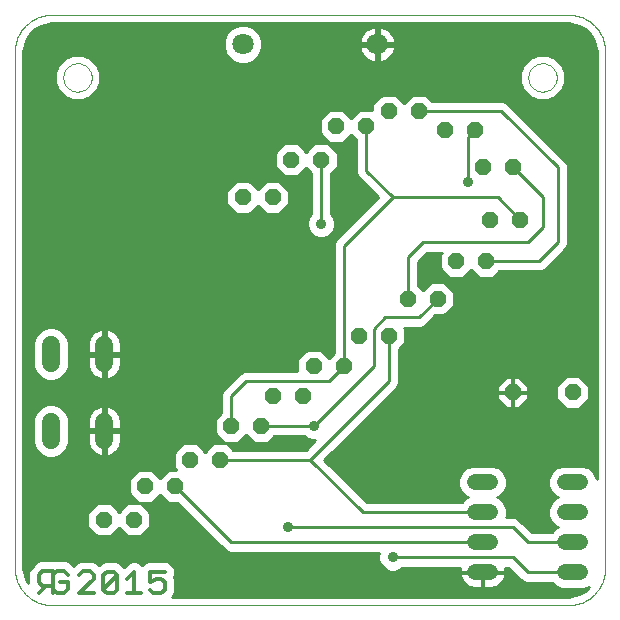
<source format=gtl>
G75*
G70*
%OFA0B0*%
%FSLAX24Y24*%
%IPPOS*%
%LPD*%
%AMOC8*
5,1,8,0,0,1.08239X$1,22.5*
%
%ADD10C,0.0000*%
%ADD11OC8,0.0520*%
%ADD12C,0.0520*%
%ADD13C,0.0600*%
%ADD14C,0.0709*%
%ADD15C,0.0120*%
%ADD16C,0.0100*%
%ADD17C,0.0357*%
D10*
X000559Y001809D02*
X000559Y018994D01*
X000561Y019062D01*
X000566Y019129D01*
X000575Y019196D01*
X000588Y019263D01*
X000605Y019328D01*
X000624Y019393D01*
X000648Y019457D01*
X000675Y019519D01*
X000705Y019580D01*
X000738Y019638D01*
X000774Y019695D01*
X000814Y019750D01*
X000856Y019803D01*
X000902Y019854D01*
X000949Y019901D01*
X001000Y019947D01*
X001053Y019989D01*
X001108Y020029D01*
X001165Y020065D01*
X001223Y020098D01*
X001284Y020128D01*
X001346Y020155D01*
X001410Y020179D01*
X001475Y020198D01*
X001540Y020215D01*
X001607Y020228D01*
X001674Y020237D01*
X001741Y020242D01*
X001809Y020244D01*
X018994Y020244D01*
X019062Y020242D01*
X019129Y020237D01*
X019196Y020228D01*
X019263Y020215D01*
X019328Y020198D01*
X019393Y020179D01*
X019457Y020155D01*
X019519Y020128D01*
X019580Y020098D01*
X019638Y020065D01*
X019695Y020029D01*
X019750Y019989D01*
X019803Y019947D01*
X019854Y019901D01*
X019901Y019854D01*
X019947Y019803D01*
X019989Y019750D01*
X020029Y019695D01*
X020065Y019638D01*
X020098Y019580D01*
X020128Y019519D01*
X020155Y019457D01*
X020179Y019393D01*
X020198Y019328D01*
X020215Y019263D01*
X020228Y019196D01*
X020237Y019129D01*
X020242Y019062D01*
X020244Y018994D01*
X020244Y001809D01*
X020242Y001741D01*
X020237Y001674D01*
X020228Y001607D01*
X020215Y001540D01*
X020198Y001475D01*
X020179Y001410D01*
X020155Y001346D01*
X020128Y001284D01*
X020098Y001223D01*
X020065Y001165D01*
X020029Y001108D01*
X019989Y001053D01*
X019947Y001000D01*
X019901Y000949D01*
X019854Y000902D01*
X019803Y000856D01*
X019750Y000814D01*
X019695Y000774D01*
X019638Y000738D01*
X019580Y000705D01*
X019519Y000675D01*
X019457Y000648D01*
X019393Y000624D01*
X019328Y000605D01*
X019263Y000588D01*
X019196Y000575D01*
X019129Y000566D01*
X019062Y000561D01*
X018994Y000559D01*
X001809Y000559D01*
X001741Y000561D01*
X001674Y000566D01*
X001607Y000575D01*
X001540Y000588D01*
X001475Y000605D01*
X001410Y000624D01*
X001346Y000648D01*
X001284Y000675D01*
X001223Y000705D01*
X001165Y000738D01*
X001108Y000774D01*
X001053Y000814D01*
X001000Y000856D01*
X000949Y000902D01*
X000902Y000949D01*
X000856Y001000D01*
X000814Y001053D01*
X000774Y001108D01*
X000738Y001165D01*
X000705Y001223D01*
X000675Y001284D01*
X000648Y001346D01*
X000624Y001410D01*
X000605Y001475D01*
X000588Y001540D01*
X000575Y001607D01*
X000566Y001674D01*
X000561Y001741D01*
X000559Y001809D01*
X002179Y018151D02*
X002181Y018194D01*
X002187Y018236D01*
X002197Y018278D01*
X002210Y018319D01*
X002227Y018359D01*
X002248Y018396D01*
X002272Y018432D01*
X002299Y018465D01*
X002329Y018496D01*
X002362Y018524D01*
X002397Y018549D01*
X002434Y018570D01*
X002473Y018588D01*
X002513Y018602D01*
X002555Y018613D01*
X002597Y018620D01*
X002640Y018623D01*
X002683Y018622D01*
X002726Y018617D01*
X002768Y018608D01*
X002809Y018596D01*
X002849Y018580D01*
X002887Y018560D01*
X002923Y018537D01*
X002957Y018510D01*
X002989Y018481D01*
X003017Y018449D01*
X003043Y018414D01*
X003065Y018378D01*
X003084Y018339D01*
X003099Y018299D01*
X003111Y018258D01*
X003119Y018215D01*
X003123Y018172D01*
X003123Y018130D01*
X003119Y018087D01*
X003111Y018044D01*
X003099Y018003D01*
X003084Y017963D01*
X003065Y017924D01*
X003043Y017888D01*
X003017Y017853D01*
X002989Y017821D01*
X002957Y017792D01*
X002923Y017765D01*
X002887Y017742D01*
X002849Y017722D01*
X002809Y017706D01*
X002768Y017694D01*
X002726Y017685D01*
X002683Y017680D01*
X002640Y017679D01*
X002597Y017682D01*
X002555Y017689D01*
X002513Y017700D01*
X002473Y017714D01*
X002434Y017732D01*
X002397Y017753D01*
X002362Y017778D01*
X002329Y017806D01*
X002299Y017837D01*
X002272Y017870D01*
X002248Y017906D01*
X002227Y017943D01*
X002210Y017983D01*
X002197Y018024D01*
X002187Y018066D01*
X002181Y018108D01*
X002179Y018151D01*
X017679Y018151D02*
X017681Y018194D01*
X017687Y018236D01*
X017697Y018278D01*
X017710Y018319D01*
X017727Y018359D01*
X017748Y018396D01*
X017772Y018432D01*
X017799Y018465D01*
X017829Y018496D01*
X017862Y018524D01*
X017897Y018549D01*
X017934Y018570D01*
X017973Y018588D01*
X018013Y018602D01*
X018055Y018613D01*
X018097Y018620D01*
X018140Y018623D01*
X018183Y018622D01*
X018226Y018617D01*
X018268Y018608D01*
X018309Y018596D01*
X018349Y018580D01*
X018387Y018560D01*
X018423Y018537D01*
X018457Y018510D01*
X018489Y018481D01*
X018517Y018449D01*
X018543Y018414D01*
X018565Y018378D01*
X018584Y018339D01*
X018599Y018299D01*
X018611Y018258D01*
X018619Y018215D01*
X018623Y018172D01*
X018623Y018130D01*
X018619Y018087D01*
X018611Y018044D01*
X018599Y018003D01*
X018584Y017963D01*
X018565Y017924D01*
X018543Y017888D01*
X018517Y017853D01*
X018489Y017821D01*
X018457Y017792D01*
X018423Y017765D01*
X018387Y017742D01*
X018349Y017722D01*
X018309Y017706D01*
X018268Y017694D01*
X018226Y017685D01*
X018183Y017680D01*
X018140Y017679D01*
X018097Y017682D01*
X018055Y017689D01*
X018013Y017700D01*
X017973Y017714D01*
X017934Y017732D01*
X017897Y017753D01*
X017862Y017778D01*
X017829Y017806D01*
X017799Y017837D01*
X017772Y017870D01*
X017748Y017906D01*
X017727Y017943D01*
X017710Y017983D01*
X017697Y018024D01*
X017687Y018066D01*
X017681Y018108D01*
X017679Y018151D01*
D11*
X015901Y016401D03*
X014901Y016401D03*
X014026Y017026D03*
X013026Y017026D03*
X012276Y016526D03*
X011276Y016526D03*
X010776Y015401D03*
X009776Y015401D03*
X009151Y014151D03*
X008151Y014151D03*
X012026Y009526D03*
X013026Y009526D03*
X013651Y010776D03*
X014651Y010776D03*
X015276Y012026D03*
X016276Y012026D03*
X016401Y013401D03*
X017401Y013401D03*
X017151Y015151D03*
X016151Y015151D03*
X011526Y008526D03*
X010526Y008526D03*
X010151Y007526D03*
X009151Y007526D03*
X008776Y006526D03*
X007776Y006526D03*
X007401Y005401D03*
X006401Y005401D03*
X005901Y004526D03*
X004901Y004526D03*
X004526Y003401D03*
X003526Y003401D03*
X017151Y007651D03*
X019151Y007651D03*
D12*
X018891Y004651D02*
X019411Y004651D01*
X019411Y003651D02*
X018891Y003651D01*
X018891Y002651D02*
X019411Y002651D01*
X019411Y001651D02*
X018891Y001651D01*
X016411Y001651D02*
X015891Y001651D01*
X015891Y002651D02*
X016411Y002651D01*
X016411Y003651D02*
X015891Y003651D01*
X015891Y004651D02*
X016411Y004651D01*
D13*
X003541Y006071D02*
X003541Y006671D01*
X001761Y006671D02*
X001761Y006071D01*
X001761Y008631D02*
X001761Y009231D01*
X003541Y009231D02*
X003541Y008631D01*
D14*
X008161Y019256D03*
X012641Y019256D03*
D15*
X005551Y001681D02*
X005061Y001681D01*
X005061Y001321D01*
X005311Y001441D01*
X005441Y001441D01*
X005551Y001331D01*
X005551Y001321D02*
X005551Y001081D01*
X005431Y000961D01*
X005181Y000961D01*
X005061Y001081D01*
X004774Y000961D02*
X004289Y000961D01*
X004534Y000969D02*
X004534Y001674D01*
X004534Y001681D02*
X004291Y001439D01*
X003981Y001561D02*
X003981Y001081D01*
X003861Y000961D01*
X003621Y000961D01*
X003501Y001081D01*
X003971Y001561D01*
X003981Y001561D02*
X003861Y001681D01*
X003621Y001681D01*
X003501Y001561D01*
X003501Y001081D01*
X003191Y000961D02*
X002701Y000961D01*
X003191Y001441D01*
X003191Y001561D01*
X003191Y001571D02*
X003071Y001691D01*
X002831Y001691D01*
X002701Y001561D01*
X002321Y001581D02*
X002201Y001701D01*
X001961Y001701D01*
X001841Y001581D01*
X001841Y001701D01*
X001471Y001701D01*
X001351Y001581D01*
X001351Y001331D01*
X001471Y001211D01*
X001591Y001211D01*
X001351Y000961D01*
X001591Y001211D02*
X001841Y001211D01*
X001841Y001581D01*
X002081Y001331D02*
X002331Y001331D01*
X002331Y001091D01*
X002211Y000961D01*
X001961Y000961D01*
X001841Y001081D01*
X001841Y000961D01*
X001841Y001081D02*
X001841Y001211D01*
D16*
X001001Y001304D02*
X000922Y001441D01*
X000857Y001683D01*
X000849Y001809D01*
X000849Y018994D01*
X000857Y019119D01*
X000922Y019361D01*
X001047Y019578D01*
X001224Y019755D01*
X001441Y019881D01*
X001683Y019946D01*
X001809Y019954D01*
X001866Y019954D01*
X018936Y019954D01*
X018994Y019954D01*
X019119Y019946D01*
X019361Y019881D01*
X019578Y019755D01*
X019755Y019578D01*
X019881Y019361D01*
X019946Y019119D01*
X019954Y018994D01*
X019954Y004779D01*
X019877Y004963D01*
X019723Y005117D01*
X019521Y005201D01*
X018782Y005201D01*
X018580Y005117D01*
X018425Y004963D01*
X018341Y004761D01*
X018341Y004542D01*
X018425Y004340D01*
X018580Y004185D01*
X018661Y004151D01*
X018580Y004117D01*
X018425Y003963D01*
X018341Y003761D01*
X018341Y003542D01*
X018425Y003340D01*
X018580Y003185D01*
X018661Y003151D01*
X018580Y003117D01*
X018453Y002991D01*
X017792Y002991D01*
X017439Y003344D01*
X017344Y003439D01*
X017219Y003491D01*
X016940Y003491D01*
X016961Y003542D01*
X016961Y003761D01*
X016877Y003963D01*
X016723Y004117D01*
X016641Y004151D01*
X016723Y004185D01*
X016877Y004340D01*
X016961Y004542D01*
X016961Y004761D01*
X016877Y004963D01*
X016723Y005117D01*
X016521Y005201D01*
X015782Y005201D01*
X015580Y005117D01*
X015425Y004963D01*
X015341Y004761D01*
X015341Y004542D01*
X015425Y004340D01*
X015580Y004185D01*
X015661Y004151D01*
X015580Y004117D01*
X015453Y003991D01*
X012292Y003991D01*
X010882Y005401D01*
X013219Y007738D01*
X013314Y007834D01*
X013366Y007959D01*
X013366Y009088D01*
X013576Y009298D01*
X013576Y009754D01*
X013519Y009811D01*
X013959Y009811D01*
X014094Y009811D01*
X014219Y009863D01*
X014582Y010226D01*
X014879Y010226D01*
X015201Y010548D01*
X015201Y011004D01*
X014879Y011326D01*
X014423Y011326D01*
X014151Y011054D01*
X013991Y011214D01*
X013991Y012010D01*
X014292Y012311D01*
X014784Y012311D01*
X014726Y012254D01*
X014726Y011798D01*
X015048Y011476D01*
X015504Y011476D01*
X015776Y011748D01*
X016048Y011476D01*
X016504Y011476D01*
X016714Y011686D01*
X017959Y011686D01*
X018094Y011686D01*
X018219Y011738D01*
X018939Y012459D01*
X018991Y012584D01*
X018991Y012719D01*
X018991Y015219D01*
X018939Y015344D01*
X018844Y015439D01*
X016969Y017314D01*
X016844Y017366D01*
X016709Y017366D01*
X014464Y017366D01*
X014254Y017576D01*
X013798Y017576D01*
X013526Y017304D01*
X013254Y017576D01*
X012798Y017576D01*
X012476Y017254D01*
X012476Y017076D01*
X012048Y017076D01*
X011776Y016804D01*
X011504Y017076D01*
X011048Y017076D01*
X010726Y016754D01*
X010726Y016298D01*
X011048Y015976D01*
X011504Y015976D01*
X011776Y016248D01*
X011936Y016088D01*
X011936Y015094D01*
X011936Y014959D01*
X011988Y014834D01*
X012670Y014151D01*
X011238Y012719D01*
X011186Y012594D01*
X011186Y012459D01*
X011186Y008964D01*
X011026Y008804D01*
X010754Y009076D01*
X010298Y009076D01*
X009976Y008754D01*
X009976Y008366D01*
X008209Y008366D01*
X008084Y008314D01*
X007988Y008219D01*
X007488Y007719D01*
X007436Y007594D01*
X007436Y007459D01*
X007436Y006964D01*
X007226Y006754D01*
X007226Y006298D01*
X007548Y005976D01*
X008004Y005976D01*
X008276Y006248D01*
X008548Y005976D01*
X009004Y005976D01*
X009214Y006186D01*
X010204Y006186D01*
X010261Y006129D01*
X010433Y006058D01*
X010577Y006058D01*
X010260Y005741D01*
X007839Y005741D01*
X007629Y005951D01*
X007173Y005951D01*
X006901Y005679D01*
X006629Y005951D01*
X006173Y005951D01*
X005851Y005629D01*
X005851Y005173D01*
X005949Y005076D01*
X005673Y005076D01*
X005401Y004804D01*
X005129Y005076D01*
X004673Y005076D01*
X004351Y004754D01*
X004351Y004298D01*
X004673Y003976D01*
X005129Y003976D01*
X005401Y004248D01*
X005673Y003976D01*
X005970Y003976D01*
X007584Y002363D01*
X007709Y002311D01*
X007844Y002311D01*
X012711Y002311D01*
X012683Y002244D01*
X012683Y002058D01*
X012754Y001886D01*
X012886Y001754D01*
X013058Y001683D01*
X013244Y001683D01*
X013417Y001754D01*
X013474Y001811D01*
X015407Y001811D01*
X015394Y001771D01*
X015381Y001691D01*
X015381Y001681D01*
X016121Y001681D01*
X016121Y001621D01*
X016181Y001621D01*
X016181Y001141D01*
X016451Y001141D01*
X016531Y001154D01*
X016607Y001179D01*
X016679Y001215D01*
X016743Y001262D01*
X016800Y001319D01*
X016847Y001384D01*
X016884Y001455D01*
X016909Y001532D01*
X016921Y001611D01*
X016921Y001621D01*
X016181Y001621D01*
X016181Y001681D01*
X016921Y001681D01*
X016921Y001691D01*
X016909Y001771D01*
X016895Y001811D01*
X017010Y001811D01*
X017459Y001363D01*
X017584Y001311D01*
X017719Y001311D01*
X018453Y001311D01*
X018580Y001185D01*
X018782Y001101D01*
X019521Y001101D01*
X019711Y001180D01*
X019578Y001047D01*
X019361Y000922D01*
X019119Y000857D01*
X018994Y000849D01*
X005814Y000849D01*
X005848Y000883D01*
X005901Y001012D01*
X005901Y001151D01*
X005901Y001391D01*
X005901Y001401D01*
X005858Y001506D01*
X005901Y001612D01*
X005901Y001751D01*
X005848Y001879D01*
X005749Y001978D01*
X005621Y002031D01*
X005131Y002031D01*
X004992Y002031D01*
X004863Y001978D01*
X004797Y001912D01*
X004732Y001978D01*
X004603Y002031D01*
X004464Y002031D01*
X004335Y001978D01*
X004197Y001840D01*
X004158Y001879D01*
X004059Y001978D01*
X003931Y002031D01*
X003691Y002031D01*
X003552Y002031D01*
X003423Y001978D01*
X003351Y001906D01*
X003269Y001988D01*
X003141Y002041D01*
X003002Y002041D01*
X002762Y002041D01*
X002633Y001988D01*
X002535Y001889D01*
X002521Y001876D01*
X002399Y001998D01*
X002271Y002051D01*
X002132Y002051D01*
X001911Y002051D01*
X001541Y002051D01*
X001402Y002051D01*
X001273Y001998D01*
X001153Y001878D01*
X001055Y001779D01*
X001001Y001651D01*
X001001Y001401D01*
X001001Y001304D01*
X001001Y001335D02*
X000983Y001335D01*
X001001Y001434D02*
X000926Y001434D01*
X000897Y001532D02*
X001001Y001532D01*
X001001Y001631D02*
X000871Y001631D01*
X000854Y001729D02*
X001034Y001729D01*
X001103Y001828D02*
X000849Y001828D01*
X000849Y001927D02*
X001202Y001927D01*
X001339Y002025D02*
X000849Y002025D01*
X000849Y002124D02*
X012683Y002124D01*
X012683Y002222D02*
X000849Y002222D01*
X000849Y002321D02*
X007686Y002321D01*
X007527Y002419D02*
X000849Y002419D01*
X000849Y002518D02*
X007429Y002518D01*
X007330Y002616D02*
X000849Y002616D01*
X000849Y002715D02*
X007232Y002715D01*
X007133Y002813D02*
X000849Y002813D01*
X000849Y002912D02*
X003238Y002912D01*
X003298Y002851D02*
X002976Y003173D01*
X002976Y003629D01*
X003298Y003951D01*
X003754Y003951D01*
X004026Y003679D01*
X004298Y003951D01*
X004754Y003951D01*
X005076Y003629D01*
X005076Y003173D01*
X004754Y002851D01*
X004298Y002851D01*
X004026Y003123D01*
X003754Y002851D01*
X003298Y002851D01*
X003139Y003011D02*
X000849Y003011D01*
X000849Y003109D02*
X003041Y003109D01*
X002976Y003208D02*
X000849Y003208D01*
X000849Y003306D02*
X002976Y003306D01*
X002976Y003405D02*
X000849Y003405D01*
X000849Y003503D02*
X002976Y003503D01*
X002976Y003602D02*
X000849Y003602D01*
X000849Y003700D02*
X003048Y003700D01*
X003146Y003799D02*
X000849Y003799D01*
X000849Y003897D02*
X003245Y003897D01*
X003808Y003897D02*
X004245Y003897D01*
X004146Y003799D02*
X003906Y003799D01*
X004005Y003700D02*
X004048Y003700D01*
X004555Y004094D02*
X000849Y004094D01*
X000849Y003996D02*
X004654Y003996D01*
X004808Y003897D02*
X006049Y003897D01*
X006148Y003799D02*
X004906Y003799D01*
X005005Y003700D02*
X006246Y003700D01*
X006345Y003602D02*
X005076Y003602D01*
X005076Y003503D02*
X006443Y003503D01*
X006542Y003405D02*
X005076Y003405D01*
X005076Y003306D02*
X006641Y003306D01*
X006739Y003208D02*
X005076Y003208D01*
X005012Y003109D02*
X006838Y003109D01*
X006936Y003011D02*
X004913Y003011D01*
X004815Y002912D02*
X007035Y002912D01*
X007776Y002651D02*
X005901Y004526D01*
X005480Y004883D02*
X005322Y004883D01*
X005224Y004981D02*
X005579Y004981D01*
X005851Y005178D02*
X000849Y005178D01*
X000849Y005080D02*
X005945Y005080D01*
X005851Y005277D02*
X000849Y005277D01*
X000849Y005376D02*
X005851Y005376D01*
X005851Y005474D02*
X000849Y005474D01*
X000849Y005573D02*
X001425Y005573D01*
X001427Y005571D02*
X001644Y005481D01*
X001879Y005481D01*
X002095Y005571D01*
X002261Y005737D01*
X002351Y005954D01*
X002351Y006789D01*
X002261Y007005D01*
X002095Y007171D01*
X001879Y007261D01*
X001644Y007261D01*
X001427Y007171D01*
X001261Y007005D01*
X001171Y006789D01*
X001171Y005954D01*
X001261Y005737D01*
X001427Y005571D01*
X001327Y005671D02*
X000849Y005671D01*
X000849Y005770D02*
X001248Y005770D01*
X001207Y005868D02*
X000849Y005868D01*
X000849Y005967D02*
X001171Y005967D01*
X001171Y006065D02*
X000849Y006065D01*
X000849Y006164D02*
X001171Y006164D01*
X001171Y006262D02*
X000849Y006262D01*
X000849Y006361D02*
X001171Y006361D01*
X001171Y006460D02*
X000849Y006460D01*
X000849Y006558D02*
X001171Y006558D01*
X001171Y006657D02*
X000849Y006657D01*
X000849Y006755D02*
X001171Y006755D01*
X001198Y006854D02*
X000849Y006854D01*
X000849Y006952D02*
X001239Y006952D01*
X001306Y007051D02*
X000849Y007051D01*
X000849Y007149D02*
X001405Y007149D01*
X001612Y007248D02*
X000849Y007248D01*
X000849Y007346D02*
X007436Y007346D01*
X007436Y007248D02*
X001911Y007248D01*
X002118Y007149D02*
X003268Y007149D01*
X003253Y007142D02*
X003183Y007091D01*
X003122Y007030D01*
X003071Y006959D01*
X003032Y006882D01*
X003005Y006800D01*
X002991Y006715D01*
X002991Y006421D01*
X003491Y006421D01*
X003491Y006321D01*
X002991Y006321D01*
X002991Y006028D01*
X003005Y005942D01*
X003032Y005860D01*
X003071Y005783D01*
X003122Y005713D01*
X003183Y005652D01*
X003253Y005601D01*
X003330Y005562D01*
X003412Y005535D01*
X003491Y005522D01*
X003491Y006321D01*
X003591Y006321D01*
X003591Y005522D01*
X003670Y005535D01*
X003752Y005562D01*
X003829Y005601D01*
X003900Y005652D01*
X003961Y005713D01*
X004012Y005783D01*
X004051Y005860D01*
X004078Y005942D01*
X004091Y006028D01*
X004091Y006321D01*
X003591Y006321D01*
X003591Y006421D01*
X003491Y006421D01*
X003491Y007220D01*
X003412Y007208D01*
X003330Y007181D01*
X003253Y007142D01*
X003143Y007051D02*
X002216Y007051D01*
X002283Y006952D02*
X003067Y006952D01*
X003022Y006854D02*
X002324Y006854D01*
X002351Y006755D02*
X002998Y006755D01*
X002991Y006657D02*
X002351Y006657D01*
X002351Y006558D02*
X002991Y006558D01*
X002991Y006460D02*
X002351Y006460D01*
X002351Y006361D02*
X003491Y006361D01*
X003491Y006262D02*
X003591Y006262D01*
X003591Y006164D02*
X003491Y006164D01*
X003491Y006065D02*
X003591Y006065D01*
X003591Y005967D02*
X003491Y005967D01*
X003491Y005868D02*
X003591Y005868D01*
X003591Y005770D02*
X003491Y005770D01*
X003491Y005671D02*
X003591Y005671D01*
X003591Y005573D02*
X003491Y005573D01*
X003308Y005573D02*
X002097Y005573D01*
X002196Y005671D02*
X003164Y005671D01*
X003080Y005770D02*
X002275Y005770D01*
X002316Y005868D02*
X003029Y005868D01*
X003001Y005967D02*
X002351Y005967D01*
X002351Y006065D02*
X002991Y006065D01*
X002991Y006164D02*
X002351Y006164D01*
X002351Y006262D02*
X002991Y006262D01*
X003491Y006460D02*
X003591Y006460D01*
X003591Y006421D02*
X003591Y007220D01*
X003670Y007208D01*
X003752Y007181D01*
X003829Y007142D01*
X003900Y007091D01*
X003961Y007030D01*
X004012Y006959D01*
X004051Y006882D01*
X004078Y006800D01*
X004091Y006715D01*
X004091Y006421D01*
X003591Y006421D01*
X003591Y006361D02*
X007226Y006361D01*
X007226Y006460D02*
X004091Y006460D01*
X004091Y006558D02*
X007226Y006558D01*
X007226Y006657D02*
X004091Y006657D01*
X004085Y006755D02*
X007227Y006755D01*
X007326Y006854D02*
X004060Y006854D01*
X004015Y006952D02*
X007424Y006952D01*
X007436Y007051D02*
X003939Y007051D01*
X003814Y007149D02*
X007436Y007149D01*
X007436Y007445D02*
X000849Y007445D01*
X000849Y007544D02*
X007436Y007544D01*
X007456Y007642D02*
X000849Y007642D01*
X000849Y007741D02*
X007510Y007741D01*
X007608Y007839D02*
X000849Y007839D01*
X000849Y007938D02*
X007707Y007938D01*
X007805Y008036D02*
X000849Y008036D01*
X000849Y008135D02*
X001423Y008135D01*
X001427Y008131D02*
X001644Y008041D01*
X001879Y008041D01*
X002095Y008131D01*
X002261Y008297D01*
X002351Y008514D01*
X002351Y009349D01*
X002261Y009565D01*
X002095Y009731D01*
X001879Y009821D01*
X001644Y009821D01*
X001427Y009731D01*
X001261Y009565D01*
X001171Y009349D01*
X001171Y008514D01*
X001261Y008297D01*
X001427Y008131D01*
X001325Y008233D02*
X000849Y008233D01*
X000849Y008332D02*
X001247Y008332D01*
X001206Y008430D02*
X000849Y008430D01*
X000849Y008529D02*
X001171Y008529D01*
X001171Y008627D02*
X000849Y008627D01*
X000849Y008726D02*
X001171Y008726D01*
X001171Y008825D02*
X000849Y008825D01*
X000849Y008923D02*
X001171Y008923D01*
X001171Y009022D02*
X000849Y009022D01*
X000849Y009120D02*
X001171Y009120D01*
X001171Y009219D02*
X000849Y009219D01*
X000849Y009317D02*
X001171Y009317D01*
X001199Y009416D02*
X000849Y009416D01*
X000849Y009514D02*
X001240Y009514D01*
X001309Y009613D02*
X000849Y009613D01*
X000849Y009711D02*
X001407Y009711D01*
X001617Y009810D02*
X000849Y009810D01*
X000849Y009909D02*
X011186Y009909D01*
X011186Y010007D02*
X000849Y010007D01*
X000849Y010106D02*
X011186Y010106D01*
X011186Y010204D02*
X000849Y010204D01*
X000849Y010303D02*
X011186Y010303D01*
X011186Y010401D02*
X000849Y010401D01*
X000849Y010500D02*
X011186Y010500D01*
X011186Y010598D02*
X000849Y010598D01*
X000849Y010697D02*
X011186Y010697D01*
X011186Y010795D02*
X000849Y010795D01*
X000849Y010894D02*
X011186Y010894D01*
X011186Y010993D02*
X000849Y010993D01*
X000849Y011091D02*
X011186Y011091D01*
X011186Y011190D02*
X000849Y011190D01*
X000849Y011288D02*
X011186Y011288D01*
X011186Y011387D02*
X000849Y011387D01*
X000849Y011485D02*
X011186Y011485D01*
X011186Y011584D02*
X000849Y011584D01*
X000849Y011682D02*
X011186Y011682D01*
X011186Y011781D02*
X000849Y011781D01*
X000849Y011879D02*
X011186Y011879D01*
X011186Y011978D02*
X000849Y011978D01*
X000849Y012076D02*
X011186Y012076D01*
X011186Y012175D02*
X000849Y012175D01*
X000849Y012274D02*
X011186Y012274D01*
X011186Y012372D02*
X000849Y012372D01*
X000849Y012471D02*
X011186Y012471D01*
X011186Y012569D02*
X000849Y012569D01*
X000849Y012668D02*
X011217Y012668D01*
X011286Y012766D02*
X000849Y012766D01*
X000849Y012865D02*
X010545Y012865D01*
X010511Y012879D02*
X010683Y012808D01*
X010869Y012808D01*
X011042Y012879D01*
X011173Y013011D01*
X011245Y013183D01*
X011245Y013369D01*
X011173Y013542D01*
X011116Y013599D01*
X011116Y014963D01*
X011326Y015173D01*
X011326Y015629D01*
X011004Y015951D01*
X010548Y015951D01*
X010276Y015679D01*
X010004Y015951D01*
X009548Y015951D01*
X009226Y015629D01*
X009226Y015173D01*
X009548Y014851D01*
X010004Y014851D01*
X010276Y015123D01*
X010436Y014963D01*
X010436Y013599D01*
X010379Y013542D01*
X010308Y013369D01*
X010308Y013183D01*
X010379Y013011D01*
X010511Y012879D01*
X010427Y012963D02*
X000849Y012963D01*
X000849Y013062D02*
X010358Y013062D01*
X010317Y013160D02*
X000849Y013160D01*
X000849Y013259D02*
X010308Y013259D01*
X010308Y013358D02*
X000849Y013358D01*
X000849Y013456D02*
X010344Y013456D01*
X010392Y013555D02*
X000849Y013555D01*
X000849Y013653D02*
X007871Y013653D01*
X007923Y013601D02*
X007601Y013923D01*
X007601Y014379D01*
X007923Y014701D01*
X008379Y014701D01*
X008651Y014429D01*
X008923Y014701D01*
X009379Y014701D01*
X009701Y014379D01*
X009701Y013923D01*
X009379Y013601D01*
X008923Y013601D01*
X008651Y013873D01*
X008379Y013601D01*
X007923Y013601D01*
X007773Y013752D02*
X000849Y013752D01*
X000849Y013850D02*
X007674Y013850D01*
X007601Y013949D02*
X000849Y013949D01*
X000849Y014047D02*
X007601Y014047D01*
X007601Y014146D02*
X000849Y014146D01*
X000849Y014244D02*
X007601Y014244D01*
X007601Y014343D02*
X000849Y014343D01*
X000849Y014442D02*
X007664Y014442D01*
X007762Y014540D02*
X000849Y014540D01*
X000849Y014639D02*
X007861Y014639D01*
X008442Y014639D02*
X008861Y014639D01*
X008762Y014540D02*
X008540Y014540D01*
X008639Y014442D02*
X008664Y014442D01*
X008674Y013850D02*
X008628Y013850D01*
X008530Y013752D02*
X008773Y013752D01*
X008871Y013653D02*
X008431Y013653D01*
X009431Y013653D02*
X010436Y013653D01*
X010436Y013752D02*
X009530Y013752D01*
X009628Y013850D02*
X010436Y013850D01*
X010436Y013949D02*
X009701Y013949D01*
X009701Y014047D02*
X010436Y014047D01*
X010436Y014146D02*
X009701Y014146D01*
X009701Y014244D02*
X010436Y014244D01*
X010436Y014343D02*
X009701Y014343D01*
X009639Y014442D02*
X010436Y014442D01*
X010436Y014540D02*
X009540Y014540D01*
X009442Y014639D02*
X010436Y014639D01*
X010436Y014737D02*
X000849Y014737D01*
X000849Y014836D02*
X010436Y014836D01*
X010436Y014934D02*
X010087Y014934D01*
X010186Y015033D02*
X010367Y015033D01*
X010776Y015401D02*
X010776Y013276D01*
X011209Y013456D02*
X011975Y013456D01*
X011877Y013358D02*
X011245Y013358D01*
X011245Y013259D02*
X011778Y013259D01*
X011680Y013160D02*
X011235Y013160D01*
X011194Y013062D02*
X011581Y013062D01*
X011483Y012963D02*
X011126Y012963D01*
X011007Y012865D02*
X011384Y012865D01*
X011526Y012526D02*
X013151Y014151D01*
X016651Y014151D01*
X017401Y013401D01*
X017651Y012651D02*
X018151Y013151D01*
X018151Y014151D01*
X017151Y015151D01*
X018166Y016117D02*
X019954Y016117D01*
X019954Y016215D02*
X018068Y016215D01*
X017969Y016314D02*
X019954Y016314D01*
X019954Y016412D02*
X017871Y016412D01*
X017772Y016511D02*
X019954Y016511D01*
X019954Y016609D02*
X017674Y016609D01*
X017575Y016708D02*
X019954Y016708D01*
X019954Y016807D02*
X017477Y016807D01*
X017378Y016905D02*
X019954Y016905D01*
X019954Y017004D02*
X017280Y017004D01*
X017181Y017102D02*
X019954Y017102D01*
X019954Y017201D02*
X017083Y017201D01*
X016984Y017299D02*
X019954Y017299D01*
X019954Y017398D02*
X018325Y017398D01*
X018303Y017389D02*
X018583Y017505D01*
X018798Y017719D01*
X018914Y018000D01*
X018914Y018303D01*
X018798Y018583D01*
X018583Y018798D01*
X018303Y018914D01*
X018000Y018914D01*
X017719Y018798D01*
X017505Y018583D01*
X017389Y018303D01*
X017389Y018000D01*
X017505Y017719D01*
X017719Y017505D01*
X018000Y017389D01*
X018303Y017389D01*
X017978Y017398D02*
X014432Y017398D01*
X014334Y017496D02*
X017740Y017496D01*
X017629Y017595D02*
X003173Y017595D01*
X003083Y017505D02*
X003298Y017719D01*
X003414Y018000D01*
X003414Y018303D01*
X003298Y018583D01*
X003083Y018798D01*
X002803Y018914D01*
X002500Y018914D01*
X002219Y018798D01*
X002005Y018583D01*
X001889Y018303D01*
X001889Y018000D01*
X002005Y017719D01*
X002219Y017505D01*
X002500Y017389D01*
X002803Y017389D01*
X003083Y017505D01*
X003063Y017496D02*
X012719Y017496D01*
X012620Y017398D02*
X002825Y017398D01*
X002478Y017398D02*
X000849Y017398D01*
X000849Y017496D02*
X002240Y017496D01*
X002129Y017595D02*
X000849Y017595D01*
X000849Y017693D02*
X002031Y017693D01*
X001975Y017792D02*
X000849Y017792D01*
X000849Y017891D02*
X001934Y017891D01*
X001893Y017989D02*
X000849Y017989D01*
X000849Y018088D02*
X001889Y018088D01*
X001889Y018186D02*
X000849Y018186D01*
X000849Y018285D02*
X001889Y018285D01*
X001922Y018383D02*
X000849Y018383D01*
X000849Y018482D02*
X001963Y018482D01*
X002004Y018580D02*
X000849Y018580D01*
X000849Y018679D02*
X002101Y018679D01*
X002199Y018777D02*
X000849Y018777D01*
X000849Y018876D02*
X002409Y018876D01*
X002894Y018876D02*
X007629Y018876D01*
X007615Y018891D02*
X007796Y018709D01*
X008033Y018611D01*
X008289Y018611D01*
X008526Y018709D01*
X008707Y018891D01*
X008805Y019127D01*
X008805Y019384D01*
X008707Y019621D01*
X008526Y019802D01*
X008289Y019900D01*
X008033Y019900D01*
X007796Y019802D01*
X007615Y019621D01*
X007517Y019384D01*
X007517Y019127D01*
X007615Y018891D01*
X007580Y018975D02*
X000849Y018975D01*
X000854Y019073D02*
X007539Y019073D01*
X007517Y019172D02*
X000871Y019172D01*
X000857Y019119D02*
X000857Y019119D01*
X000897Y019270D02*
X007517Y019270D01*
X007517Y019369D02*
X000926Y019369D01*
X000983Y019467D02*
X007551Y019467D01*
X007592Y019566D02*
X001040Y019566D01*
X001133Y019664D02*
X007659Y019664D01*
X007757Y019763D02*
X001237Y019763D01*
X001408Y019861D02*
X007940Y019861D01*
X008382Y019861D02*
X019395Y019861D01*
X019565Y019763D02*
X012971Y019763D01*
X012958Y019772D02*
X012873Y019816D01*
X012783Y019845D01*
X012691Y019859D01*
X012691Y019306D01*
X012591Y019306D01*
X012591Y019859D01*
X012500Y019845D01*
X012409Y019816D01*
X012325Y019772D01*
X012248Y019717D01*
X012180Y019649D01*
X012125Y019572D01*
X012081Y019488D01*
X012052Y019397D01*
X012037Y019306D01*
X012591Y019306D01*
X012591Y019206D01*
X012037Y019206D01*
X012052Y019114D01*
X012081Y019024D01*
X012125Y018939D01*
X012180Y018862D01*
X012248Y018795D01*
X012325Y018739D01*
X012409Y018696D01*
X012500Y018666D01*
X012591Y018652D01*
X012591Y019205D01*
X012691Y019205D01*
X012691Y018652D01*
X012783Y018666D01*
X012873Y018696D01*
X012958Y018739D01*
X013035Y018795D01*
X013102Y018862D01*
X013158Y018939D01*
X013201Y019024D01*
X013231Y019114D01*
X013245Y019206D01*
X012692Y019206D01*
X012692Y019306D01*
X013245Y019306D01*
X013231Y019397D01*
X013201Y019488D01*
X013158Y019572D01*
X013102Y019649D01*
X013035Y019717D01*
X012958Y019772D01*
X013087Y019664D02*
X019669Y019664D01*
X019763Y019566D02*
X013162Y019566D01*
X013208Y019467D02*
X019819Y019467D01*
X019876Y019369D02*
X013235Y019369D01*
X013240Y019172D02*
X019931Y019172D01*
X019949Y019073D02*
X013217Y019073D01*
X013176Y018975D02*
X019954Y018975D01*
X019954Y018876D02*
X018394Y018876D01*
X018603Y018777D02*
X019954Y018777D01*
X019954Y018679D02*
X018702Y018679D01*
X018799Y018580D02*
X019954Y018580D01*
X019954Y018482D02*
X018840Y018482D01*
X018880Y018383D02*
X019954Y018383D01*
X019954Y018285D02*
X018914Y018285D01*
X018914Y018186D02*
X019954Y018186D01*
X019954Y018088D02*
X018914Y018088D01*
X018909Y017989D02*
X019954Y017989D01*
X019954Y017891D02*
X018869Y017891D01*
X018828Y017792D02*
X019954Y017792D01*
X019954Y017693D02*
X018772Y017693D01*
X018673Y017595D02*
X019954Y017595D01*
X019954Y017496D02*
X018563Y017496D01*
X017531Y017693D02*
X003272Y017693D01*
X003328Y017792D02*
X017475Y017792D01*
X017434Y017891D02*
X003369Y017891D01*
X003409Y017989D02*
X017393Y017989D01*
X017389Y018088D02*
X003414Y018088D01*
X003414Y018186D02*
X017389Y018186D01*
X017389Y018285D02*
X003414Y018285D01*
X003380Y018383D02*
X017422Y018383D01*
X017463Y018482D02*
X003340Y018482D01*
X003299Y018580D02*
X017504Y018580D01*
X017601Y018679D02*
X012822Y018679D01*
X012691Y018679D02*
X012591Y018679D01*
X012591Y018777D02*
X012691Y018777D01*
X012691Y018876D02*
X012591Y018876D01*
X012591Y018975D02*
X012691Y018975D01*
X012691Y019073D02*
X012591Y019073D01*
X012591Y019172D02*
X012691Y019172D01*
X012692Y019270D02*
X019905Y019270D01*
X017909Y018876D02*
X013113Y018876D01*
X013011Y018777D02*
X017699Y018777D01*
X016776Y017026D02*
X018651Y015151D01*
X018651Y012651D01*
X018026Y012026D01*
X016276Y012026D01*
X015842Y011682D02*
X015710Y011682D01*
X015612Y011584D02*
X015941Y011584D01*
X016039Y011485D02*
X015513Y011485D01*
X015039Y011485D02*
X013991Y011485D01*
X013991Y011387D02*
X019954Y011387D01*
X019954Y011485D02*
X016513Y011485D01*
X016612Y011584D02*
X019954Y011584D01*
X019954Y011682D02*
X016710Y011682D01*
X017651Y012651D02*
X014151Y012651D01*
X013651Y012151D01*
X013651Y010776D01*
X014016Y011190D02*
X014287Y011190D01*
X014385Y011288D02*
X013991Y011288D01*
X014114Y011091D02*
X014188Y011091D01*
X013991Y011584D02*
X014941Y011584D01*
X014842Y011682D02*
X013991Y011682D01*
X013991Y011781D02*
X014744Y011781D01*
X014726Y011879D02*
X013991Y011879D01*
X013991Y011978D02*
X014726Y011978D01*
X014726Y012076D02*
X014057Y012076D01*
X014156Y012175D02*
X014726Y012175D01*
X014746Y012274D02*
X014254Y012274D01*
X014917Y011288D02*
X019954Y011288D01*
X019954Y011190D02*
X015016Y011190D01*
X015114Y011091D02*
X019954Y011091D01*
X019954Y010993D02*
X015201Y010993D01*
X015201Y010894D02*
X019954Y010894D01*
X019954Y010795D02*
X015201Y010795D01*
X015201Y010697D02*
X019954Y010697D01*
X019954Y010598D02*
X015201Y010598D01*
X015153Y010500D02*
X019954Y010500D01*
X019954Y010401D02*
X015054Y010401D01*
X014956Y010303D02*
X019954Y010303D01*
X019954Y010204D02*
X014560Y010204D01*
X014461Y010106D02*
X019954Y010106D01*
X019954Y010007D02*
X014363Y010007D01*
X014264Y009909D02*
X019954Y009909D01*
X019954Y009810D02*
X013520Y009810D01*
X013576Y009711D02*
X019954Y009711D01*
X019954Y009613D02*
X013576Y009613D01*
X013576Y009514D02*
X019954Y009514D01*
X019954Y009416D02*
X013576Y009416D01*
X013576Y009317D02*
X019954Y009317D01*
X019954Y009219D02*
X013496Y009219D01*
X013398Y009120D02*
X019954Y009120D01*
X019954Y009022D02*
X013366Y009022D01*
X013366Y008923D02*
X019954Y008923D01*
X019954Y008825D02*
X013366Y008825D01*
X013366Y008726D02*
X019954Y008726D01*
X019954Y008627D02*
X013366Y008627D01*
X013366Y008529D02*
X019954Y008529D01*
X019954Y008430D02*
X013366Y008430D01*
X013366Y008332D02*
X019954Y008332D01*
X019954Y008233D02*
X013366Y008233D01*
X013366Y008135D02*
X016914Y008135D01*
X016940Y008161D02*
X016641Y007862D01*
X016641Y007681D01*
X017121Y007681D01*
X017121Y007621D01*
X017181Y007621D01*
X017181Y007141D01*
X017362Y007141D01*
X017661Y007440D01*
X017661Y007621D01*
X017181Y007621D01*
X017181Y007681D01*
X017661Y007681D01*
X017661Y007862D01*
X017362Y008161D01*
X017181Y008161D01*
X017181Y007681D01*
X017121Y007681D01*
X017121Y008161D01*
X016940Y008161D01*
X016815Y008036D02*
X013366Y008036D01*
X013358Y007938D02*
X016716Y007938D01*
X016641Y007839D02*
X013317Y007839D01*
X013221Y007741D02*
X016641Y007741D01*
X016641Y007621D02*
X016641Y007440D01*
X016940Y007141D01*
X017121Y007141D01*
X017121Y007621D01*
X016641Y007621D01*
X016641Y007544D02*
X013024Y007544D01*
X013123Y007642D02*
X017121Y007642D01*
X017181Y007642D02*
X018601Y007642D01*
X018601Y007544D02*
X017661Y007544D01*
X017661Y007445D02*
X018601Y007445D01*
X018601Y007423D02*
X018923Y007101D01*
X019379Y007101D01*
X019701Y007423D01*
X019701Y007879D01*
X019379Y008201D01*
X018923Y008201D01*
X018601Y007879D01*
X018601Y007423D01*
X018678Y007346D02*
X017568Y007346D01*
X017469Y007248D02*
X018777Y007248D01*
X018875Y007149D02*
X017371Y007149D01*
X017181Y007149D02*
X017121Y007149D01*
X017121Y007248D02*
X017181Y007248D01*
X017181Y007346D02*
X017121Y007346D01*
X017121Y007445D02*
X017181Y007445D01*
X017181Y007544D02*
X017121Y007544D01*
X017121Y007741D02*
X017181Y007741D01*
X017181Y007839D02*
X017121Y007839D01*
X017121Y007938D02*
X017181Y007938D01*
X017181Y008036D02*
X017121Y008036D01*
X017121Y008135D02*
X017181Y008135D01*
X017389Y008135D02*
X018857Y008135D01*
X018758Y008036D02*
X017487Y008036D01*
X017586Y007938D02*
X018660Y007938D01*
X018601Y007839D02*
X017661Y007839D01*
X017661Y007741D02*
X018601Y007741D01*
X019446Y008135D02*
X019954Y008135D01*
X019954Y008036D02*
X019544Y008036D01*
X019643Y007938D02*
X019954Y007938D01*
X019954Y007839D02*
X019701Y007839D01*
X019701Y007741D02*
X019954Y007741D01*
X019954Y007642D02*
X019701Y007642D01*
X019701Y007544D02*
X019954Y007544D01*
X019954Y007445D02*
X019701Y007445D01*
X019624Y007346D02*
X019954Y007346D01*
X019954Y007248D02*
X019526Y007248D01*
X019427Y007149D02*
X019954Y007149D01*
X019954Y007051D02*
X012532Y007051D01*
X012630Y007149D02*
X016932Y007149D01*
X016833Y007248D02*
X012729Y007248D01*
X012827Y007346D02*
X016735Y007346D01*
X016641Y007445D02*
X012926Y007445D01*
X013026Y008026D02*
X013026Y009526D01*
X012526Y009776D02*
X012901Y010151D01*
X014026Y010151D01*
X014651Y010776D01*
X012526Y009776D02*
X012526Y008526D01*
X010526Y006526D01*
X008776Y006526D01*
X008361Y006164D02*
X008192Y006164D01*
X008093Y006065D02*
X008459Y006065D01*
X009093Y006065D02*
X010415Y006065D01*
X010486Y005967D02*
X004082Y005967D01*
X004091Y006065D02*
X007459Y006065D01*
X007361Y006164D02*
X004091Y006164D01*
X004091Y006262D02*
X007262Y006262D01*
X007091Y005868D02*
X006712Y005868D01*
X006811Y005770D02*
X006992Y005770D01*
X007401Y005401D02*
X010401Y005401D01*
X012151Y003651D01*
X016151Y003651D01*
X015557Y004094D02*
X012189Y004094D01*
X012287Y003996D02*
X015458Y003996D01*
X015572Y004193D02*
X012090Y004193D01*
X011992Y004292D02*
X015473Y004292D01*
X015404Y004390D02*
X011893Y004390D01*
X011795Y004489D02*
X015363Y004489D01*
X015341Y004587D02*
X011696Y004587D01*
X011598Y004686D02*
X015341Y004686D01*
X015351Y004784D02*
X011499Y004784D01*
X011400Y004883D02*
X015392Y004883D01*
X015444Y004981D02*
X011302Y004981D01*
X011203Y005080D02*
X015542Y005080D01*
X015727Y005178D02*
X011105Y005178D01*
X011006Y005277D02*
X019954Y005277D01*
X019954Y005376D02*
X010908Y005376D01*
X010955Y005474D02*
X019954Y005474D01*
X019954Y005573D02*
X011053Y005573D01*
X011152Y005671D02*
X019954Y005671D01*
X019954Y005770D02*
X011250Y005770D01*
X011349Y005868D02*
X019954Y005868D01*
X019954Y005967D02*
X011448Y005967D01*
X011546Y006065D02*
X019954Y006065D01*
X019954Y006164D02*
X011645Y006164D01*
X011743Y006262D02*
X019954Y006262D01*
X019954Y006361D02*
X011842Y006361D01*
X011940Y006460D02*
X019954Y006460D01*
X019954Y006558D02*
X012039Y006558D01*
X012137Y006657D02*
X019954Y006657D01*
X019954Y006755D02*
X012236Y006755D01*
X012334Y006854D02*
X019954Y006854D01*
X019954Y006952D02*
X012433Y006952D01*
X013026Y008026D02*
X010401Y005401D01*
X010289Y005770D02*
X007811Y005770D01*
X007712Y005868D02*
X010388Y005868D01*
X010226Y006164D02*
X009192Y006164D01*
X007776Y006526D02*
X007776Y007526D01*
X008276Y008026D01*
X011026Y008026D01*
X011526Y008526D01*
X011526Y012526D01*
X011160Y013555D02*
X012074Y013555D01*
X012172Y013653D02*
X011116Y013653D01*
X011116Y013752D02*
X012271Y013752D01*
X012369Y013850D02*
X011116Y013850D01*
X011116Y013949D02*
X012468Y013949D01*
X012567Y014047D02*
X011116Y014047D01*
X011116Y014146D02*
X012665Y014146D01*
X012577Y014244D02*
X011116Y014244D01*
X011116Y014343D02*
X012479Y014343D01*
X012380Y014442D02*
X011116Y014442D01*
X011116Y014540D02*
X012282Y014540D01*
X012183Y014639D02*
X011116Y014639D01*
X011116Y014737D02*
X012085Y014737D01*
X011987Y014836D02*
X011116Y014836D01*
X011116Y014934D02*
X011946Y014934D01*
X011936Y015033D02*
X011186Y015033D01*
X011284Y015131D02*
X011936Y015131D01*
X011936Y015230D02*
X011326Y015230D01*
X011326Y015328D02*
X011936Y015328D01*
X011936Y015427D02*
X011326Y015427D01*
X011326Y015526D02*
X011936Y015526D01*
X011936Y015624D02*
X011326Y015624D01*
X011233Y015723D02*
X011936Y015723D01*
X011936Y015821D02*
X011134Y015821D01*
X011036Y015920D02*
X011936Y015920D01*
X011936Y016018D02*
X011546Y016018D01*
X011645Y016117D02*
X011908Y016117D01*
X011809Y016215D02*
X011743Y016215D01*
X011774Y016807D02*
X011779Y016807D01*
X011877Y016905D02*
X011675Y016905D01*
X011577Y017004D02*
X011976Y017004D01*
X012476Y017102D02*
X000849Y017102D01*
X000849Y017004D02*
X010976Y017004D01*
X010877Y016905D02*
X000849Y016905D01*
X000849Y016807D02*
X010779Y016807D01*
X010726Y016708D02*
X000849Y016708D01*
X000849Y016609D02*
X010726Y016609D01*
X010726Y016511D02*
X000849Y016511D01*
X000849Y016412D02*
X010726Y016412D01*
X010726Y016314D02*
X000849Y016314D01*
X000849Y016215D02*
X010809Y016215D01*
X010908Y016117D02*
X000849Y016117D01*
X000849Y016018D02*
X011006Y016018D01*
X010517Y015920D02*
X010036Y015920D01*
X010134Y015821D02*
X010418Y015821D01*
X010320Y015723D02*
X010233Y015723D01*
X009517Y015920D02*
X000849Y015920D01*
X000849Y015821D02*
X009418Y015821D01*
X009320Y015723D02*
X000849Y015723D01*
X000849Y015624D02*
X009226Y015624D01*
X009226Y015526D02*
X000849Y015526D01*
X000849Y015427D02*
X009226Y015427D01*
X009226Y015328D02*
X000849Y015328D01*
X000849Y015230D02*
X009226Y015230D01*
X009268Y015131D02*
X000849Y015131D01*
X000849Y015033D02*
X009367Y015033D01*
X009465Y014934D02*
X000849Y014934D01*
X000849Y017201D02*
X012476Y017201D01*
X012521Y017299D02*
X000849Y017299D01*
X003103Y018777D02*
X007728Y018777D01*
X007870Y018679D02*
X003202Y018679D01*
X008453Y018679D02*
X012461Y018679D01*
X012271Y018777D02*
X008594Y018777D01*
X008693Y018876D02*
X012170Y018876D01*
X012106Y018975D02*
X008742Y018975D01*
X008783Y019073D02*
X012065Y019073D01*
X012043Y019172D02*
X008805Y019172D01*
X008805Y019270D02*
X012591Y019270D01*
X012591Y019369D02*
X012691Y019369D01*
X012691Y019467D02*
X012591Y019467D01*
X012591Y019566D02*
X012691Y019566D01*
X012691Y019664D02*
X012591Y019664D01*
X012591Y019763D02*
X012691Y019763D01*
X012311Y019763D02*
X008565Y019763D01*
X008664Y019664D02*
X012196Y019664D01*
X012121Y019566D02*
X008730Y019566D01*
X008771Y019467D02*
X012075Y019467D01*
X012047Y019369D02*
X008805Y019369D01*
X012276Y016526D02*
X012276Y015026D01*
X013151Y014151D01*
X015651Y014651D02*
X015651Y016151D01*
X015901Y016401D01*
X016776Y017026D02*
X014026Y017026D01*
X013620Y017398D02*
X013432Y017398D01*
X013334Y017496D02*
X013719Y017496D01*
X018265Y016018D02*
X019954Y016018D01*
X019954Y015920D02*
X018364Y015920D01*
X018462Y015821D02*
X019954Y015821D01*
X019954Y015723D02*
X018561Y015723D01*
X018659Y015624D02*
X019954Y015624D01*
X019954Y015526D02*
X018758Y015526D01*
X018856Y015427D02*
X019954Y015427D01*
X019954Y015328D02*
X018946Y015328D01*
X018987Y015230D02*
X019954Y015230D01*
X019954Y015131D02*
X018991Y015131D01*
X018991Y015033D02*
X019954Y015033D01*
X019954Y014934D02*
X018991Y014934D01*
X018991Y014836D02*
X019954Y014836D01*
X019954Y014737D02*
X018991Y014737D01*
X018991Y014639D02*
X019954Y014639D01*
X019954Y014540D02*
X018991Y014540D01*
X018991Y014442D02*
X019954Y014442D01*
X019954Y014343D02*
X018991Y014343D01*
X018991Y014244D02*
X019954Y014244D01*
X019954Y014146D02*
X018991Y014146D01*
X018991Y014047D02*
X019954Y014047D01*
X019954Y013949D02*
X018991Y013949D01*
X018991Y013850D02*
X019954Y013850D01*
X019954Y013752D02*
X018991Y013752D01*
X018991Y013653D02*
X019954Y013653D01*
X019954Y013555D02*
X018991Y013555D01*
X018991Y013456D02*
X019954Y013456D01*
X019954Y013358D02*
X018991Y013358D01*
X018991Y013259D02*
X019954Y013259D01*
X019954Y013160D02*
X018991Y013160D01*
X018991Y013062D02*
X019954Y013062D01*
X019954Y012963D02*
X018991Y012963D01*
X018991Y012865D02*
X019954Y012865D01*
X019954Y012766D02*
X018991Y012766D01*
X018991Y012668D02*
X019954Y012668D01*
X019954Y012569D02*
X018985Y012569D01*
X018944Y012471D02*
X019954Y012471D01*
X019954Y012372D02*
X018853Y012372D01*
X018754Y012274D02*
X019954Y012274D01*
X019954Y012175D02*
X018656Y012175D01*
X018557Y012076D02*
X019954Y012076D01*
X019954Y011978D02*
X018459Y011978D01*
X018360Y011879D02*
X019954Y011879D01*
X019954Y011781D02*
X018262Y011781D01*
X018727Y005178D02*
X016576Y005178D01*
X016760Y005080D02*
X018542Y005080D01*
X018444Y004981D02*
X016859Y004981D01*
X016911Y004883D02*
X018392Y004883D01*
X018351Y004784D02*
X016951Y004784D01*
X016961Y004686D02*
X018341Y004686D01*
X018341Y004587D02*
X016961Y004587D01*
X016939Y004489D02*
X018363Y004489D01*
X018404Y004390D02*
X016898Y004390D01*
X016829Y004292D02*
X018473Y004292D01*
X018572Y004193D02*
X016731Y004193D01*
X016746Y004094D02*
X018557Y004094D01*
X018458Y003996D02*
X016844Y003996D01*
X016905Y003897D02*
X018398Y003897D01*
X018357Y003799D02*
X016945Y003799D01*
X016961Y003700D02*
X018341Y003700D01*
X018341Y003602D02*
X016961Y003602D01*
X016945Y003503D02*
X018357Y003503D01*
X018398Y003405D02*
X017379Y003405D01*
X017477Y003306D02*
X018459Y003306D01*
X018557Y003208D02*
X017576Y003208D01*
X017674Y003109D02*
X018571Y003109D01*
X018473Y003011D02*
X017773Y003011D01*
X017651Y002651D02*
X017151Y003151D01*
X009651Y003151D01*
X007776Y002651D02*
X016151Y002651D01*
X015387Y001729D02*
X013357Y001729D01*
X012946Y001729D02*
X005901Y001729D01*
X005901Y001631D02*
X016121Y001631D01*
X016121Y001621D02*
X015381Y001621D01*
X015381Y001611D01*
X015394Y001532D01*
X015419Y001455D01*
X015455Y001384D01*
X015502Y001319D01*
X015559Y001262D01*
X015624Y001215D01*
X015695Y001179D01*
X015772Y001154D01*
X015851Y001141D01*
X016121Y001141D01*
X016121Y001621D01*
X016181Y001631D02*
X017191Y001631D01*
X017289Y001532D02*
X016909Y001532D01*
X016873Y001434D02*
X017388Y001434D01*
X017526Y001335D02*
X016812Y001335D01*
X016708Y001237D02*
X018528Y001237D01*
X018693Y001138D02*
X005901Y001138D01*
X005901Y001040D02*
X019565Y001040D01*
X019610Y001138D02*
X019669Y001138D01*
X019395Y000941D02*
X005872Y000941D01*
X005901Y001237D02*
X015594Y001237D01*
X015490Y001335D02*
X005901Y001335D01*
X005888Y001434D02*
X015430Y001434D01*
X015394Y001532D02*
X005868Y001532D01*
X005869Y001828D02*
X012812Y001828D01*
X012737Y001927D02*
X005801Y001927D01*
X005636Y002025D02*
X012696Y002025D01*
X013151Y002151D02*
X017151Y002151D01*
X017651Y001651D01*
X019151Y001651D01*
X019151Y002651D02*
X017651Y002651D01*
X017092Y001729D02*
X016915Y001729D01*
X016181Y001532D02*
X016121Y001532D01*
X016121Y001434D02*
X016181Y001434D01*
X016181Y001335D02*
X016121Y001335D01*
X016121Y001237D02*
X016181Y001237D01*
X019951Y004784D02*
X019954Y004784D01*
X019954Y004883D02*
X019911Y004883D01*
X019954Y004981D02*
X019859Y004981D01*
X019954Y005080D02*
X019760Y005080D01*
X019576Y005178D02*
X019954Y005178D01*
X011145Y008923D02*
X010907Y008923D01*
X010809Y009022D02*
X011186Y009022D01*
X011186Y009120D02*
X004091Y009120D01*
X004091Y009022D02*
X010244Y009022D01*
X010145Y008923D02*
X003591Y008923D01*
X003591Y008881D02*
X003591Y008981D01*
X003491Y008981D01*
X003491Y008881D01*
X002991Y008881D01*
X002991Y008588D01*
X003005Y008502D01*
X003032Y008420D01*
X003071Y008343D01*
X003122Y008273D01*
X003183Y008212D01*
X003253Y008161D01*
X003330Y008122D01*
X003412Y008095D01*
X003491Y008082D01*
X003491Y008881D01*
X003591Y008881D01*
X003591Y008082D01*
X003670Y008095D01*
X003752Y008122D01*
X003829Y008161D01*
X003900Y008212D01*
X003961Y008273D01*
X004012Y008343D01*
X004051Y008420D01*
X004078Y008502D01*
X004091Y008588D01*
X004091Y008881D01*
X003591Y008881D01*
X003591Y008825D02*
X003491Y008825D01*
X003491Y008923D02*
X002351Y008923D01*
X002351Y008825D02*
X002991Y008825D01*
X002991Y008726D02*
X002351Y008726D01*
X002351Y008627D02*
X002991Y008627D01*
X003001Y008529D02*
X002351Y008529D01*
X002317Y008430D02*
X003028Y008430D01*
X003079Y008332D02*
X002276Y008332D01*
X002198Y008233D02*
X003161Y008233D01*
X003304Y008135D02*
X002099Y008135D01*
X002351Y009022D02*
X002991Y009022D01*
X002991Y008981D02*
X003491Y008981D01*
X003491Y009780D01*
X003412Y009768D01*
X003330Y009741D01*
X003253Y009702D01*
X003183Y009651D01*
X003122Y009590D01*
X003071Y009519D01*
X003032Y009442D01*
X003005Y009360D01*
X002991Y009275D01*
X002991Y008981D01*
X002991Y009120D02*
X002351Y009120D01*
X002351Y009219D02*
X002991Y009219D01*
X002998Y009317D02*
X002351Y009317D01*
X002323Y009416D02*
X003023Y009416D01*
X003068Y009514D02*
X002283Y009514D01*
X002214Y009613D02*
X003145Y009613D01*
X003272Y009711D02*
X002115Y009711D01*
X001906Y009810D02*
X011186Y009810D01*
X011186Y009711D02*
X003810Y009711D01*
X003829Y009702D02*
X003752Y009741D01*
X003670Y009768D01*
X003591Y009780D01*
X003591Y008981D01*
X004091Y008981D01*
X004091Y009275D01*
X004078Y009360D01*
X004051Y009442D01*
X004012Y009519D01*
X003961Y009590D01*
X003900Y009651D01*
X003829Y009702D01*
X003937Y009613D02*
X011186Y009613D01*
X011186Y009514D02*
X004014Y009514D01*
X004060Y009416D02*
X011186Y009416D01*
X011186Y009317D02*
X004084Y009317D01*
X004091Y009219D02*
X011186Y009219D01*
X011047Y008825D02*
X011006Y008825D01*
X010047Y008825D02*
X004091Y008825D01*
X004091Y008726D02*
X009976Y008726D01*
X009976Y008627D02*
X004091Y008627D01*
X004082Y008529D02*
X009976Y008529D01*
X009976Y008430D02*
X004054Y008430D01*
X004004Y008332D02*
X008126Y008332D01*
X008003Y008233D02*
X003921Y008233D01*
X003778Y008135D02*
X007904Y008135D01*
X006090Y005868D02*
X004054Y005868D01*
X004002Y005770D02*
X005992Y005770D01*
X005893Y005671D02*
X003919Y005671D01*
X003774Y005573D02*
X005851Y005573D01*
X004579Y004981D02*
X000849Y004981D01*
X000849Y004883D02*
X004480Y004883D01*
X004381Y004784D02*
X000849Y004784D01*
X000849Y004686D02*
X004351Y004686D01*
X004351Y004587D02*
X000849Y004587D01*
X000849Y004489D02*
X004351Y004489D01*
X004351Y004390D02*
X000849Y004390D01*
X000849Y004292D02*
X004358Y004292D01*
X004457Y004193D02*
X000849Y004193D01*
X002334Y002025D02*
X002723Y002025D01*
X002572Y001927D02*
X002471Y001927D01*
X003180Y002025D02*
X003537Y002025D01*
X003372Y001927D02*
X003331Y001927D01*
X003946Y002025D02*
X004449Y002025D01*
X004618Y002025D02*
X004977Y002025D01*
X004812Y001927D02*
X004783Y001927D01*
X004284Y001927D02*
X004111Y001927D01*
X004238Y002912D02*
X003815Y002912D01*
X003913Y003011D02*
X004139Y003011D01*
X004041Y003109D02*
X004012Y003109D01*
X005149Y003996D02*
X005654Y003996D01*
X005555Y004094D02*
X005247Y004094D01*
X005346Y004193D02*
X005457Y004193D01*
X003591Y006558D02*
X003491Y006558D01*
X003491Y006657D02*
X003591Y006657D01*
X003591Y006755D02*
X003491Y006755D01*
X003491Y006854D02*
X003591Y006854D01*
X003591Y006952D02*
X003491Y006952D01*
X003491Y007051D02*
X003591Y007051D01*
X003591Y007149D02*
X003491Y007149D01*
X003491Y008135D02*
X003591Y008135D01*
X003591Y008233D02*
X003491Y008233D01*
X003491Y008332D02*
X003591Y008332D01*
X003591Y008430D02*
X003491Y008430D01*
X003491Y008529D02*
X003591Y008529D01*
X003591Y008627D02*
X003491Y008627D01*
X003491Y008726D02*
X003591Y008726D01*
X003591Y009022D02*
X003491Y009022D01*
X003491Y009120D02*
X003591Y009120D01*
X003591Y009219D02*
X003491Y009219D01*
X003491Y009317D02*
X003591Y009317D01*
X003591Y009416D02*
X003491Y009416D01*
X003491Y009514D02*
X003591Y009514D01*
X003591Y009613D02*
X003491Y009613D01*
X003491Y009711D02*
X003591Y009711D01*
D17*
X009651Y003151D03*
X010526Y006526D03*
X013151Y002151D03*
X010776Y013276D03*
X015651Y014651D03*
M02*

</source>
